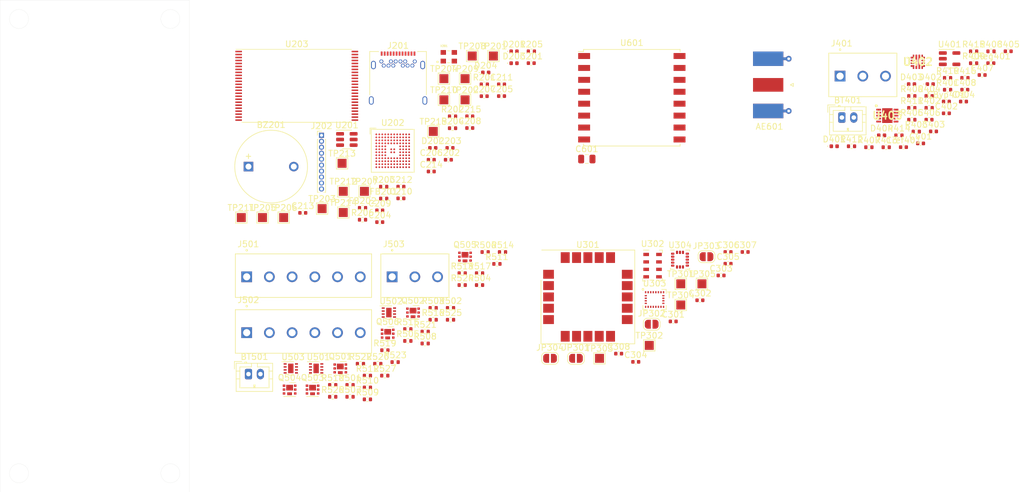
<source format=kicad_pcb>
(kicad_pcb (version 20211014) (generator pcbnew)
  (layers (0 "F.Cu" signal) (1 "In1.Cu" signal) (2 "In2.Cu" signal) (31 "B.Cu" signal) (34 "B.Paste" user) (35 "F.Paste" user) (36 "B.SilkS" user "B.Silkscreen") (37 "F.SilkS" user "F.Silkscreen") (38 "B.Mask" user) (39 "F.Mask" user) (44 "Edge.Cuts" user))
  (net 0 "")
  (net 1 "Net-(AE601-Pad1)")
  (net 2 "/POWER/Bat_Flight_SWT_P")
  (net 3 "GND")
  (net 4 "/EJECTION/Bat_Pyro_SWT_P")
  (net 5 "GND2")
  (net 6 "/MCU/BUZZER_PWM")
  (net 7 "3V3")
  (net 8 "Net-(C203-Pad2)")
  (net 9 "/MCU/AVDD")
  (net 10 "GNDA")
  (net 11 "Net-(C301-Pad1)")
  (net 12 "Net-(C302-Pad1)")
  (net 13 "Net-(C303-Pad1)")
  (net 14 "Net-(C304-Pad1)")
  (net 15 "Net-(C307-Pad1)")
  (net 16 "VBUS")
  (net 17 "/POWER/EFUSE_OUT_REG_IN")
  (net 18 "Net-(C405-Pad1)")
  (net 19 "Net-(C406-Pad1)")
  (net 20 "Net-(CByp401-Pad1)")
  (net 21 "Net-(Cref401-Pad1)")
  (net 22 "Net-(CReg401-Pad1)")
  (net 23 "Net-(D201-Pad2)")
  (net 24 "Net-(D202-Pad2)")
  (net 25 "Net-(D203-Pad2)")
  (net 26 "Net-(D204-Pad2)")
  (net 27 "Net-(D401-Pad1)")
  (net 28 "Net-(D401-Pad2)")
  (net 29 "Net-(D402-Pad1)")
  (net 30 "/POWER/Bat_Flight_SWT_N")
  (net 31 "Net-(D404-Pad2)")
  (net 32 "Net-(J201-PadA5)")
  (net 33 "/MCU/USB_DP")
  (net 34 "/MCU/USB_DM")
  (net 36 "Net-(J201-PadB5)")
  (net 38 "/MCU/SWDIO")
  (net 39 "/MCU/SWDCLK")
  (net 40 "/MCU/SWO")
  (net 43 "/MCU/NRST")
  (net 44 "/EJECTION/fet_a")
  (net 45 "VPYRO")
  (net 46 "/EJECTION/fet_b")
  (net 47 "/EJECTION/fet_c")
  (net 48 "/EJECTION/fet_d")
  (net 49 "/EJECTION/fet_e")
  (net 50 "/EJECTION/fet_f")
  (net 51 "Net-(JP302-Pad1)")
  (net 52 "/EJECTION/cmp_out_a")
  (net 53 "/EJECTION/cmp_out_b")
  (net 54 "/EJECTION/cmp_out_c")
  (net 55 "/EJECTION/cmp_out_d")
  (net 56 "/EJECTION/cmp_out_e")
  (net 57 "/EJECTION/cmp_out_f")
  (net 58 "/MCU/LED_RED")
  (net 59 "/MCU/LED_ORANGE")
  (net 60 "/MCU/LED_GREEN")
  (net 61 "/MCU/LED_BLUE")
  (net 62 "Net-(R402-Pad1)")
  (net 63 "/MCU/sense_vFlight")
  (net 64 "/EJECTION/VRAW_CMP")
  (net 65 "Net-(R408-Pad1)")
  (net 66 "Net-(R410-Pad1)")
  (net 67 "Net-(R411-Pad2)")
  (net 68 "/MCU/MCU_TPS2594_GP")
  (net 69 "/EJECTION/3V3_CMP")
  (net 70 "/EJECTION/fire_a")
  (net 71 "/EJECTION/fire_b")
  (net 72 "/EJECTION/fire_c")
  (net 73 "/EJECTION/sense_a")
  (net 74 "/EJECTION/sense_b")
  (net 75 "/EJECTION/sense_c")
  (net 76 "/EJECTION/fire_d")
  (net 77 "/EJECTION/fire_e")
  (net 78 "/EJECTION/fire_f")
  (net 79 "/EJECTION/sense_d")
  (net 80 "/EJECTION/sense_e")
  (net 81 "/EJECTION/sense_f")
  (net 82 "/EJECTION/sense_vPyro")
  (net 83 "V_PYRO")
  (net 84 "/MCU/SNS_SCK")
  (net 85 "/MCU/LSM9DS1_CS_M")
  (net 86 "/MCU/MS5611_CS")
  (net 87 "/MCU/H3LIS331DL_CS")
  (net 88 "/MCU/LSM9DS1_CS_A{slash}G")
  (net 89 "/MCU/LSM9DS1_INT1_A{slash}G")
  (net 90 "/MCU/LSM9DS1_INT2_A{slash}G")
  (net 91 "/MCU/LSM9DS1_INT1_M")
  (net 92 "/MCU/H3LIS331DL_INT1")
  (net 93 "/MCU/H3LIS331DL_INT2")
  (net 94 "/MCU/SNS_MISO")
  (net 95 "Net-(TP215-Pad1)")
  (net 96 "Net-(TP301-Pad1)")
  (net 97 "Net-(TP302-Pad1)")
  (net 98 "Net-(TP303-Pad1)")
  (net 99 "Net-(TP304-Pad1)")
  (net 100 "Net-(TP305-Pad1)")
  (net 106 "/MCU/HSE_CLK")
  (net 110 "/MCU/RESERVED_TIM5_CH1_PWM")
  (net 118 "/MCU/LSM9DS1_DRDY_M")
  (net 120 "/MCU/SAM-M8Q_SDA")
  (net 125 "/MCU/SAM-M8Q_SCL")
  (net 129 "/MCU/RESERVED_JTRST")
  (net 130 "/MCU/SNS_MOSI")
  (net 131 "/MCU/FMC_D5")
  (net 132 "/MCU/FMC_NWAIT")
  (net 133 "/MCU/TELEM_SCK")
  (net 134 "/MCU/FMC_CE")
  (net 135 "/MCU/FMC_D7")
  (net 136 "/MCU/FMC_D4")
  (net 137 "/MCU/TELEM_GPIO_5")
  (net 138 "/MCU/FMC_D6")
  (net 139 "/MCU/FMC_WE")
  (net 140 "/MCU/FMC_RE")
  (net 142 "/MCU/TELEM_GPIO_4")
  (net 143 "/MCU/TELEM_GPIO_2")
  (net 144 "/MCU/TELEM_GPIO_1")
  (net 145 "/MCU/TELEM_GPIO_3")
  (net 147 "/MCU/FMC_D3")
  (net 148 "/MCU/FMC_D2")
  (net 149 "/MCU/TELEM_INT")
  (net 152 "/MCU/TELEM_MISO")
  (net 153 "/MCU/TELEM_MOSI")
  (net 156 "/MCU/TELEM_CS")
  (net 158 "/MCU/FMC_D0")
  (net 161 "/MCU/RESERVED_CC1{slash}JTDI")
  (net 163 "/MCU/SWCLK")
  (net 166 "/MCU/RESERVED_TIM8_CH1_PWM")
  (net 168 "/MCU/FMC_CLE")
  (net 171 "/MCU/LSM9DS1_DEN_A{slash}G")
  (net 173 "/MCU/TELEM_RST")
  (net 175 "/MCU/FMC_D1")
  (net 176 "/MCU/FMC_ALE")
  (net 177 "/MCU/RESERVED_CC2")
  (net 180 "/MCU/FLASH_WE")
  (net 183 "/MCU/SAM-M8Q_EXTINT")
  (footprint "Connector_JST:JST_PH_B2B-PH-K_1x02_P2.00mm_Vertical" (layer "F.Cu") (at 236.446 83.204)
    (fp_text reference "BT401")
    (fp_text value "Flight Computer Battery")
  )
  (footprint "TestPoint:TestPoint_Pad_1.5x1.5mm" (layer "F.Cu") (at 169.696 80.234)
    (fp_text reference "TP210")
    (fp_text value "~")
  )
  (footprint "Package_SO:TSOP-I-48_18.4x12mm_P0.5mm" (layer "F.Cu") (at 145.016 77.884)
    (fp_text reference "U203")
    (fp_text value "S34ML08G3")
  )
  (footprint "Capacitor_SMD:C_0402_1005Metric" (layer "F.Cu") (at 167.576 90.284)
    (fp_text reference "C206")
    (fp_text value "100nF")
  )
  (footprint "TerminalBlock_TE:TE_1776113-6" (layer "F.Cu") (at 146.141 109.919)
    (fp_text reference "J501")
    (fp_text value "Screw_Terminal_01x06")
  )
  (footprint "Capacitor_SMD:C_0402_1005Metric" (layer "F.Cu") (at 246.776 88.174)
    (fp_text reference "Cref401")
    (fp_text value "1uF")
  )
  (footprint "Capacitor_SMD:C_0402_1005Metric" (layer "F.Cu") (at 256.846 80.524)
    (fp_text reference "C404")
    (fp_text value "~")
  )
  (footprint "Capacitor_SMD:C_0805_2012Metric" (layer "F.Cu") (at 193.666 90.164)
    (fp_text reference "C601")
    (fp_text value "10uF")
  )
  (footprint "Package_LGA:LGA-24L_3x3.5mm_P0.43mm" (layer "F.Cu") (at 205.031 113.729)
    (fp_text reference "U303")
    (fp_text value "LSM9DS1")
  )
  (footprint "Resistor_SMD:R_0402_1005Metric" (layer "F.Cu") (at 156.046 100.344)
    (fp_text reference "R206")
    (fp_text value "1k")
  )
  (footprint "Package_DFN_QFN:Diodes_UDFN2020-6_Type-F" (layer "F.Cu") (at 173.236 106.544)
    (fp_text reference "Q505")
    (fp_text value "DMTH6016LFDFWQ")
  )
  (footprint "Package_DFN_QFN:Diodes_UDFN2020-6_Type-F" (layer "F.Cu") (at 160.266 119.464)
    (fp_text reference "Q506")
    (fp_text value "DMTH6016LFDFWQ")
  )
  (footprint "Resistor_SMD:R_0402_1005Metric" (layer "F.Cu") (at 248.176 79.594)
    (fp_text reference "R406")
    (fp_text value "10k")
  )
  (footprint "Resistor_SMD:R_0402_1005Metric" (layer "F.Cu") (at 151.046 130.044)
    (fp_text reference "R526")
    (fp_text value "100k")
  )
  (footprint "Resistor_SMD:R_0402_1005Metric" (layer "F.Cu") (at 248.176 83.574)
    (fp_text reference "R405")
    (fp_text value "10k")
  )
  (footprint "Capacitor_SMD:C_0402_1005Metric" (layer "F.Cu") (at 167.576 92.254)
    (fp_text reference "C214")
    (fp_text value "100 nF")
  )
  (footprint "Jumper:SolderJumper-2_P1.3mm_Open_RoundedPad1.0x1.5mm" (layer "F.Cu") (at 191.846 123.594)
    (fp_text reference "JP301")
    (fp_text value "SolderJumper_2_Open")
  )
  (footprint "Capacitor_SMD:C_0402_1005Metric" (layer "F.Cu") (at 170.716 88.294)
    (fp_text reference "C203")
    (fp_text value "~")
  )
  (footprint "Resistor_SMD:R_0402_1005Metric" (layer "F.Cu") (at 172.766 109.314)
    (fp_text reference "R513")
    (fp_text value "3k3")
  )
  (footprint "LED_SMD:LED_0402_1005Metric" (layer "F.Cu") (at 235.161 88.024)
    (fp_text reference "D401")
    (fp_text value "LED")
  )
  (footprint "Resistor_SMD:R_0402_1005Metric" (layer "F.Cu") (at 184.366 72.104)
    (fp_text reference "R205")
    (fp_text value "1k")
  )
  (footprint "Capacitor_SMD:C_0402_1005Metric" (layer "F.Cu") (at 179.366 77.634)
    (fp_text reference "C211")
    (fp_text value "100 nF")
  )
  (footprint "Resistor_SMD:R_0402_1005Metric" (layer "F.Cu") (at 151.046 128.054)
    (fp_text reference "R518")
    (fp_text value "1k")
  )
  (footprint "TestPoint:TestPoint_Pad_1.5x1.5mm" (layer "F.Cu") (at 156.366 95.584)
    (fp_text reference "TP207")
    (fp_text value "~")
  )
  (footprint "Capacitor_SMD:C_0402_1005Metric" (layer "F.Cu") (at 158.936 100.744)
    (fp_text reference "C204")
    (fp_text value "100nF")
  )
  (footprint "TestPoint:TestPoint_Pad_1.5x1.5mm" (layer "F.Cu") (at 167.916 85.534)
    (fp_text reference "TP215")
    (fp_text value "~")
  )
  (footprint "TerminalBlock_TE:TE_1776113-3" (layer "F.Cu") (at 164.826 109.919)
    (fp_text reference "J503")
    (fp_text value "TE_1776113-3")
  )
  (footprint "Package_DFN_QFN:Diodes_UDFN2020-6_Type-F" (layer "F.Cu") (at 147.666 128.834)
    (fp_text reference "Q503")
    (fp_text value "DMTH6016LFDFWQ")
  )
  (footprint "Resistor_SMD:R_0402_1005Metric" (layer "F.Cu") (at 155.696 124.504)
    (fp_text reference "R522")
    (fp_text value "27k")
  )
  (footprint "LED_SMD:LED_0402_1005Metric" (layer "F.Cu") (at 251.271 77.604)
    (fp_text reference "D402")
    (fp_text value "GREEN")
  )
  (footprint "TestPoint:TestPoint_Pad_1.5x1.5mm" (layer "F.Cu") (at 173.246 80.234)
    (fp_text reference "TP202")
    (fp_text value "~")
  )
  (footprint "LED_SMD:LED_0402_1005Metric" (layer "F.Cu") (at 181.461 74.094)
    (fp_text reference "D203")
    (fp_text value "~")
  )
  (footprint "Package_LGA:LGA-16_3x3mm_P0.5mm_LayoutBorder3x5y" (layer "F.Cu") (at 209.296 107.044)
    (fp_text reference "U304")
    (fp_text value "H3LIS331DL")
  )
  (footprint "Resistor_SMD:R_0402_1005Metric" (layer "F.Cu") (at 243.886 88.184)
    (fp_text reference "R413")
    (fp_text value "1k")
  )
  (footprint "Resistor_SMD:R_0402_1005Metric" (layer "F.Cu") (at 163.646 118.684)
    (fp_text reference "R515")
    (fp_text value "3k3")
  )
  (footprint "Capacitor_SMD:C_0402_1005Metric" (layer "F.Cu") (at 217.356 107.724)
    (fp_text reference "C305")
    (fp_text value "100 nF")
  )
  (footprint "TestPoint:TestPoint_Pad_1.5x1.5mm" (layer "F.Cu") (at 212.976 111.094)
    (fp_text reference "TP305")
    (fp_text value "TestPoint")
  )
  (footprint "TestPoint:TestPoint_Pad_1.5x1.5mm" (layer "F.Cu") (at 135.716 99.984)
    (fp_text reference "TP211")
    (fp_text value "~")
  )
  (footprint "Capacitor_SMD:C_0402_1005Metric" (layer "F.Cu") (at 217.356 105.754)
    (fp_text reference "C306")
    (fp_text value "10 uF")
  )
  (footprint "Jumper:SolderJumper-2_P1.3mm_Open_RoundedPad1.0x1.5mm" (layer "F.Cu") (at 213.746 106.544)
    (fp_text reference "JP303")
    (fp_text value "SolderJumper_2_Open")
  )
  (footprint "TestPoint:TestPoint_Pad_1.5x1.5mm" (layer "F.Cu") (at 169.696 76.684)
    (fp_text reference "TP204")
    (fp_text value "~")
  )
  (footprint "Resistor_SMD:R_0402_1005Metric" (layer "F.Cu") (at 251.086 79.594)
    (fp_text reference "R404")
    (fp_text value "5k6")
  )
  (footprint "TestPoint:TestPoint_Pad_1.5x1.5mm" (layer "F.Cu") (at 173.246 76.684)
    (fp_text reference "TP209")
    (fp_text value "~")
  )
  (footprint "Buzzer_Beeper:MagneticBuzzer_ProSignal_ABI-010-RC" (layer "F.Cu") (at 136.916 91.434)
    (fp_text reference "BZ201")
    (fp_text value "CMI-1210-5-95T")
  )
  (footprint "RF_Module:HOPERF_RFM9XW_SMD" (layer "F.Cu") (at 201.216 79.884)
    (fp_text reference "U601")
    (fp_text value "RFM96W-433S2")
  )
  (footprint "Capacitor_SMD:C_0402_1005Metric" (layer "F.Cu") (at 257.066 78.534)
    (fp_text reference "C408")
    (fp_text value "10uF")
  )
  (footprint "Resistor_SMD:R_0402_1005Metric" (layer "F.Cu") (at 159.796 122.234)
    (fp_text reference "R519")
    (fp_text value "100k")
  )
  (footprint "TestPoint:TestPoint_Pad_1.5x1.5mm" (layer "F.Cu") (at 152.616 90.884)
    (fp_text reference "TP213")
    (fp_text value "~")
  )
  (footprint "Capacitor_SMD:C_0402_1005Metric" (layer "F.Cu") (at 253.976 82.494)
    (fp_text reference "C402")
    (fp_text value "4.7u")
  )
  (footprint "Resistor_SMD:R_0402_1005Metric" (layer "F.Cu") (at 248.926 85.564)
    (fp_text reference "R403")
    (fp_text value "1k")
  )
  (footprint "Resistor_SMD:R_0402_1005Metric" (layer "F.Cu") (at 158.606 124.504)
    (fp_text reference "R520")
    (fp_text value "100k")
  )
  (footprint "LED_SMD:LED_0402_1005Metric" (layer "F.Cu") (at 243.111 86.194)
    (fp_text reference "D404")
    (fp_text value "LED")
  )
  (footprint "Package_SON:WSON-8-1EP_2x2mm_P0.5mm_EP0.9x1.6mm" (layer "F.Cu") (at 144.016 125.284)
    (fp_text reference "U503")
    (fp_text value "LM2903BIDSGR")
  )
  (footprint "Package_DFN_QFN:Diodes_UDFN2020-6_Type-F" (layer "F.Cu") (at 164.516 115.914)
    (fp_text reference "Q502")
    (fp_text value "DMTH6016LFDFWQ")
  )
  (footprint "Capacitor_SMD:C_0402_1005Metric" (layer "F.Cu") (at 158.936 98.774)
    (fp_text reference "C209")
    (fp_text value "100 nF")
  )
  (footprint "Capacitor_SMD:C_0402_1005Metric" (layer "F.Cu") (at 176.456 79.624)
    (fp_text reference "C207")
    (fp_text value "1uF")
  )
  (footprint "Capacitor_SMD:C_0402_1005Metric" (layer "F.Cu") (at 162.486 96.764)
    (fp_text reference "C210")
    (fp_text value "100 nF")
  )
  (footprint "TestPoint:TestPoint_Pad_1.5x1.5mm" (layer "F.Cu") (at 152.816 95.584)
    (fp_text reference "TP212")
    (fp_text value "~")
  )
  (footprint "Capacitor_SMD:C_0402_1005Metric" (layer "F.Cu") (at 264.346 72.094)
    (fp_text reference "C405")
    (fp_text value "2.27nF")
  )
  (footprint "Capacitor_SMD:C_0402_1005Metric" (layer "F.Cu") (at 208.156 117.404)
    (fp_text reference "C301")
    (fp_text value "100 nF")
  )
  (footprint "Package_SON:WSON-8-1EP_2x2mm_P0.5mm_EP0.9x1.6mm" (layer "F.Cu") (at 148.266 125.284)
    (fp_text reference "U501")
    (fp_text value "LM2903BIDSGR")
  )
  (footprint "Capacitor_SMD:C_0402_1005Metric" (layer "F.Cu") (at 253.976 80.524)
    (fp_text reference "CByp401")
    (fp_text value "1uF")
  )
  (footprint "TerminalBlock_TE:TE_1776113-3" (layer "F.Cu") (at 239.956 76.259)
    (fp_text reference "J401")
    (fp_text value "TE_1776113-3")
  )
  (footprint "Resistor_SMD:R_0402_1005Metric" (layer "F.Cu") (at 166.556 121.104)
    (fp_text reference "R508")
    (fp_text value "100k")
  )
  (footprint "Package_TO_SOT_SMD:SOT-23-5" (layer "F.Cu") (at 254.516 73.334)
    (fp_text reference "U401")
    (fp_text value "MCP73831-2-OT")
  )
  (footprint "Connector_PinHeader_1.00mm:PinHeader_1x10_P1.00mm_Vertical" (layer "F.Cu") (at 149.166 86.184)
    (fp_text reference "J202")
    (fp_text value "~")
  )
  (footprint "Capacitor_SMD:C_0402_1005Metric" (layer "F.Cu") (at 170.446 90.284)
    (fp_text reference "C202")
    (fp_text value "100 nF")
  )
  (footprint "Resistor_SMD:R_0402_1005Metric" (layer "F.Cu") (at 156.046 98.354)
    (fp_text reference "FB202")
    (fp_text value "FerriteBead")
  )
  (footprint "Resistor_SMD:R_0402_1005Metric" (layer "F.Cu") (at 171.146 83.004)
    (fp_text reference "R202")
    (fp_text value "5k1")
  )
  (footprint "Package_LGA:LGA-8_3x5mm_P1.25mm" (layer "F.Cu") (at 204.696 108.044)
    (fp_text reference "U302")
    (fp_text value "MS5611-01BA")
  )
  (footprint "Capacitor_SMD:C_0402_1005Metric" (layer "F.Cu") (at 261.436 74.084)
    (fp_text reference "CReg401")
    (fp_text value "1uF")
  )
  (footprint "Resistor_SMD:R_0402_1005Metric" (layer "F.Cu") (at 175.676 111.304)
    (fp_text reference "R504")
    (fp_text value "R_US")
  )
  (footprint "Capacitor_SMD:C_0402_1005Metric" (layer "F.Cu") (at 251.816 85.534)
    (fp_text reference "C403")
    (fp_text value "47uF")
  )
  (footprint "Package_DFN_QFN:Diodes_UDFN2020-6_Type-F" (layer "F.Cu") (at 143.816 128.834)
    (fp_text reference "Q504")
    (fp_text value "DMTH6016LFDFWQ")
  )
  (footprint "Resistor_SMD:R_0402_1005Metric" (layer "F.Cu") (at 261.456 72.104)
    (fp_text reference "R408")
    (fp_text value "470k")
  )
  (footprint "Resistor_SMD:R_0402_1005Metric" (layer "F.Cu") (at 153.956 130.044)
    (fp_text reference "R507")
    (fp_text value "R_US")
  )
  (footprint "Package_BGA:UFBGA-132_7x7mm_P0.5mm" (layer "F.Cu") (at 161.116 88.784)
    (fp_text reference "U202")
    (fp_text value "STM32U585QII3")
  )
  (footprint "Connector_Coaxial:SMA_Molex_73251-1153_EdgeMount_Horizontal" (layer "F.Cu") (at 225.806 77.724)
    (fp_text reference "AE601")
    (fp_text value "u.FL/SMA")
  )
  (footprint "Resistor_SMD:R_0402_1005Metric" (layer "F.Cu") (at 176.476 77.644)
    (fp_text reference "R201")
    (fp_text value "5k1")
  )
  (footprint "Capacitor_SMD:C_0402_1005Metric" (layer "F.Cu") (at 220.226 105.754)
    (fp_text reference "C307")
    (fp_text value "10 uF")
  )
  (footprint "Capacitor_SMD:C_0402_1005Metric" (layer "F.Cu") (at 199.006 122.804)
    (fp_text reference "C308")
    (fp_text value "100 nF")
  )
  (footprint "Connector_USB:USB_C_Receptacle_Amphenol_12401548E4-2A" (layer "F.Cu") (at 162.006 77.504)
    (fp_text reference "J201")
    (fp_text value "12401598E4#2A")
  )
  (footprint "Resistor_SMD:R_0402_1005Metric" (layer "F.Cu") (at 170.806 115.134)
    (fp_text reference "R502")
    (fp_text value "3k3")
  )
  (footprint "TestPoint:TestPoint_Pad_1.5x1.5mm" (layer "F.Cu") (at 209.426 111.094)
    (fp_text reference "TP301")
    (fp_text value "TestPoint")
  )
  (footprint "Resistor_SMD:R_0402_1005Metric" (layer "F.Cu") (at 171.146 84.994)
    (fp_text reference "R204")
    (fp_text value "1k")
  )
  (footprint "Package_TO_SOT_SMD:SOT-23-6" (layer "F.Cu") (at 153.416 86.884)
    (fp_text reference "U201")
    (fp_text value "USBLC6-4")
  )
  (footprint "Resistor_SMD:R_0402_1005Metric" (layer "F.Cu") (at 257.086 76.554)
    (fp_text reference "R416")
    (fp_text value "9.09k")
  )
  (footprint "Resistor_SMD:R_0402_1005Metric" (layer "F.Cu") (at 156.866 128.484)
    (fp_text reference "R510")
    (fp_text value "R_US")
  )
  (footprint "EFuse_Texas:TPS25210LRPWR" (layer "F.Cu") (at 249.191 73.859)
    (fp_text reference "U402")
    (fp_text value "TPS2521" hide)
  )
  (footprint "Package_SON:WSON-8-1EP_2x2mm_P0.5mm_EP0.9x1.6mm" (layer "F.Cu") (at 160.466 115.914)
    (fp_text reference "U502")
    (fp_text value "LM2903BIDSGR")
  )
  (footprint "TestPoint:TestPoint_Pad_1.5x1.5mm" (layer "F.Cu") (at 177.996 72.884)
    (fp_text reference "TP201")
    (fp_text value "~")
  )
  (footprint "Resistor_SMD:R_0402_1005Metric" (layer "F.Cu") (at 258.546 72.104)
    (fp_text reference "R415")
    (fp_text value "10k")
  )
  (footprint "TestPoint:TestPoint_Pad_1.5x1.5mm" (layer "F.Cu") (at 142.816 99.984)
    (fp_text reference "TP206")
    (fp_text value "~")
  )
  (footprint "Capacitor_SMD:C_0402_1005Metric" (layer "F.Cu") (at 174.036 84.964)
    (fp_text reference "C208")
    (fp_text value "~")
  )
  (footprint "Resistor_SMD:R_0402_1005Metric" (layer "F.Cu") (at 159.596 96.794)
    (fp_text reference "FB201")
    (fp_text value "FerriteBead")
  )
  (footprint "RF_GPS:ublox_SAM-M8Q" (layer "F.Cu") (at 193.846 113.294)
    (fp_text reference "U301")
    (fp_text value "SAM-M8Q-0-10")
  )
  (footprint "Capacitor_SMD:C_0402_1005Metric" (layer "F.Cu") (at 216.186 109.694)
    (fp_text reference "C303")
    (fp_text value "100 nF")
  )
  (footprint "Jumper:SolderJumper-2_P1.3mm_Open_RoundedPad1.0x1.5mm" (layer "F.Cu") (at 187.496 123.594)
    (fp_text reference "JP304")
    (fp_text value "SolderJumper_2_Open")
  )
  (footprint "Connector_JST:JST_PH_B2B-PH-K_1x02_P2.00mm_Vertical" (layer "F.Cu") (at 136.916 126.234)
    (fp_text reference "BT501")
    (fp_text value "PYRO_BATTERY")
  )
  (footprint "Resistor_SMD:R_0402_1005Metric" (layer "F.Cu") (at 254.176 78.544)
    (fp_text reference "R401")
    (fp_text value "1k")
  )
  (footprint "Resistor_SMD:R_0402_1005Metric" (layer "F.Cu") (at 179.526 105.764)
    (fp_text reference "R514")
    (fp_text value "3k3")
  )
  (footprint "Resistor_SMD:R_0402_1005Metric" (layer "F.Cu") (at 240.976 88.184)
    (fp_text reference "R407")
    (fp_text value "8.06k")
  )
  (footprint "Resistor_SMD:R_0402_1005Metric" (layer "F.Cu") (at 167.896 117.124)
    (fp_text reference "R516")
    (fp_text value "1k")
  )
  (footprint "Resistor_SMD:R_0402_1005Metric" (layer "F.Cu") (at 246.016 86.194)
    (fp_text reference "R414")
    (fp_text value "47k")
  )
  (footprint "Capacitor_SMD:C_0402_1005Metric" (layer "F.Cu") (at 251.066 83.564)
    (fp_text reference "C406")
    (fp_text value "2.2nF")
  )
  (footprint "TestPoint:TestPoint_Pad_1.5x1.5mm" (layer "F.Cu") (at 149.266 98.484)
    (fp_text reference "TP203")
    (fp_text value "~")
  )
  (footprint "Capacitor_SMD:C_0402_1005Metric" (layer "F.Cu") (at 184.346 74.084)
    (fp_text reference "C201")
    (fp_text value "4.7 uF")
  )
  (footprint "LED_SMD:LED_0402_1005Metric" (layer "F.Cu") (at 181.461 72.104)
    (fp_text reference "D201")
    (fp_text value "~")
  )
  (footprint "Resistor_SMD:R_0402_1005Metric" (layer "F.Cu") (at 251.086 81.584)
    (fp_text reference "R402")
    (fp_text value "10k")
  )
  (footprint "TestPoint:TestPoint_Pad_1.5x1.5mm" (layer "F.Cu") (at 174.446 72.884)
    (fp_text reference "TP208")
    (fp_text value "~")
  )
  (footprint "Resistor_SMD:R_0402_1005Metric" (layer "F.Cu") (at 156.866 126.494)
    (fp_text reference "R512")
    (fp_text value "27k")
  )
  (footprint "Capacitor_SMD:C_0402_1005Metric" (layer "F.Cu") (at 162.486 94.794)
    (fp_text reference "C212")
    (fp_text value "100 nF")
  )
  (footprint "Crystal_TXCO:ECS-TXO-2520-33-400-AN-TR" (layer "F.Cu") (at 170.521 73.009)
    (fp_text reference "X201")
    (fp_text value "ECS-TXO-2520-33-400-AN-TR")
  )
  (footprint "Capacitor_SMD:C_0402_1005Metric" (layer "F.Cu") (at 174.036 82.994)
    (fp_text reference "C215")
    (fp_text value "10 uF")
  )
  (footprint "Resistor_SMD:R_0402_1005Metric" (layer "F.Cu") (at 258.546 74.094)
    (fp_text reference "R409")
    (fp_text value "432k")
  )
  (footprint "TestPoint:TestPoint_Pad_1.5x1.5mm" (layer "F.Cu") (at 195.796 123.594)
    (fp_text reference "TP303")
    (fp_text value "TestPoint")
  )
  (footprint "Resistor_SMD:R_0402_1005Metric" (layer "F.Cu") (at 178.586 107.754)
    (fp_text reference "R511")
    (fp_text value "27k")
  )
  (footprint "Capacitor_SMD:C_0402_1005Metric" (layer "F.Cu") (at 212.636 113.854)
    (fp_text reference "C302")
    (fp_text value "10 nF")
  )
  (footprint "Resistor_SMD:R_0402_1005Metric" (layer "F.Cu") (at 248.176 81.584)
    (fp_text reference "R411")
    (fp_text value "100k")
  )
  (footprint "TerminalBlock_TE:TE_1776113-6" (layer "F.Cu") (at 146.141 119.289)
    (fp_text reference "J502")
    (fp_text value "Screw_Terminal_01x06")
  )
  (footprint "Capacitor_SMD:C_0402_1005Metric" (layer "F.Cu") (at 249.646 87.544)
    (fp_text reference "C401")
    (fp_text value "4.7u")
  )
  (footprint "Resistor_SMD:R_0402_1005Metric" (layer "F.Cu") (at 238.066 88.024)
    (fp_text reference "R412")
    (fp_text value "80k6")
  )
  (footprint "TestPoint:TestPoint_Pad_1.5x1.5mm" (layer "F.Cu") (at 209.426 114.644)
    (fp_text reference "TP304")
    (fp_text value "TestPoint")
  )
  (footprint "Capacitor_SMD:C_0402_1005Metric" (layer "F.Cu") (at 201.876 124.184)
    (fp_text reference "C304")
    (fp_text value "100 nF")
  )
  (footprint "Resistor_SMD:R_0402_1005Metric" (layer "F.Cu") (at 254.176 76.554)
    (fp_text reference "R410")
    (fp_text value "1k33")
  )
  (footprint "Diode_SMD:D_0402_1005Metric" (layer "F.Cu") (at 248.131 77.604)
    (fp_text reference "D403")
    (fp_text value "D")
  )
  (footprint "Jumper:SolderJumper-2_P1.3mm_Open_RoundedPad1.0x1.5mm" (layer "F.Cu") (at 204.546 117.874)
    (fp_text reference "JP302")
    (fp_text value "SolderJumper_2_Open")
  )
  (footprint "Resistor_SMD:R_0402_1005Metric" (layer "F.Cu") (at 176.616 105.764)
    (fp_text reference "R506")
    (fp_text value "1k")
  )
  (footprint "TestPoint:TestPoint_Pad_1.5x1.5mm" (layer "F.Cu") (at 204.146 121.424)
    (fp_text reference "TP302")
    (fp_text value "TestPoint")
  )
  (footprint "LED_SMD:LED_0402_1005Metric" (layer "F.Cu") (at 167.831 88.304)
    (fp_text reference "D202")
    (fp_text value "~")
  )
  (footprint "Resistor_SMD:R_0402_1005Metric" (layer "F.Cu") (at 172.766 111.304)
    (fp_text reference "R524")
    (fp_text value "27k")
  )
  (footprint "Resistor_SMD:R_0402_1005Metric" (layer "F.Cu") (at 166.556 119.114)
    (fp_text reference "R521")
    (fp_text value "100k")
  )
  (footprint "TestPoint:TestPoint_Pad_1.5x1.5mm" (layer "F.Cu") (at 152.816 99.134)
    (fp_text reference "TP214")
    (fp_text value "~")
  )
  (footprint "TestPoint:TestPoint_Pad_1.5x1.5mm" (layer "F.Cu") (at 139.266 99.984)
    (fp_text reference "TP205")
    (fp_text value "~")
  )
  (footprint "Resistor_SMD:R_0402_1005Metric" (layer "F.Cu") (at 161.516 124.224)
    (fp_text reference "R523")
    (fp_text value "27k")
  )
  (footprint "Package_DFN_QFN:Diodes_UDFN2020-6_Type-F" (layer "F.Cu") (at 152.316 125.284)
    (fp_text reference "Q501")
    (fp_text value "DMTH6016LFDFWQ")
  )
  (footprint "LED_SMD:LED_0402_1005Metric" (layer "F.Cu") (at 176.711 75.654)
    (fp_text reference "D204")
    (fp_text value "~")
  )
  (footprint "Resistor_SMD:R_0402_1005Metric" (layer "F.Cu") (at 167.896 115.134)
    (fp_text reference "R503")
    (fp_text value "3k3")
  )
  (footprint "Resistor_SMD:R_0402_1005Metric" (layer "F.Cu") (at 156.866 130.474)
    (fp_text reference "R509")
    (fp_text value "100k")
  )
  (footprint "Capacitor_SMD:C_0402_1005Metric" (layer "F.Cu") (at 179.366 79.604)
    (fp_text reference "C205")
    (fp_text value "1uF")
  )
  (footprint "Capacitor_SMD:C_0402_1005Metric" (layer "F.Cu") (at 146.026 99.194)
    (fp_text reference "C213")
    (fp_text value "100 nF")
  )
  (footprint "Resistor_SMD:R_0402_1005Metric" (layer "F.Cu") (at 163.646 120.674)
    (fp_text reference "R505")
    (fp_text value "1k")
  )
  (footprint "Resistor_SMD:R_0402_1005Metric" (layer "F.Cu") (at 175.676 109.314)
    (fp_text reference "R517")
    (fp_text value "1k")
  )
  (footprint "Resistor_SMD:R_0402_1005Metric" (layer "F.Cu") (at 159.776 126.494)
    (fp_text reference "R527")
    (fp_text value "27k")
  )
  (footprint "Resistor_SMD:R_0402_1005Metric" (layer "F.Cu") (at 153.956 128.054)
    (fp_text reference "R501")
    (fp_text value "R_US")
  )
  (footprint "Regulator_Linear:ADP7158ACPZ-3.3-R7" (layer "F.Cu") (at 244.071 82.879)
    (fp_text reference "U403")
    (fp_text value "ADP7158ACPZ-3.3-R7" hide)
  )
  (footprint "Resistor_SMD:R_0402_1005Metric" (layer "F.Cu") (at 170.806 117.124)
    (fp_text reference "R525")
    (fp_text value "10")
  )
  (footprint "Capacitor_SMD:C_0402_1005Metric" (layer "F.Cu") (at 259.976 76.074)
    (fp_text reference "C407")
    (fp_text value "1uF")
  )
  (footprint "Resistor_SMD:R_0402_1005Metric" (layer "F.Cu") (at 159.596 94.804)
    (fp_text reference "R203")
    (fp_text value "1k")
  )
  (gr_circle (center 123.825 66.675) (end 125.424015 66.675) (layer "Edge.Cuts") (width 0.02) (fill none))
  (gr_circle (center 98.425 66.675) (end 100.025141 66.675) (layer "Edge.Cuts") (width 0.02) (fill none))
  (gr_circle (center 98.425 142.875) (end 100.025016 142.875) (layer "Edge.Cuts") (width 0.02) (fill none))
  (gr_line (start 95.25 63.5) (end 127 63.5) (layer "Edge.Cuts") (width 0.02))
  (gr_circle (center 123.825 142.875) (end 125.423953 142.875) (layer "Edge.Cuts") (width 0.02) (fill none))
  (gr_line (start 127 146.05) (end 95.25 146.05) (layer "Edge.Cuts") (width 0.02))
  (gr_line (start 95.25 146.05) (end 95.25 63.5) (layer "Edge.Cuts") (width 0.02))
  (gr_line (start 127 63.5) (end 127 146.05) (layer "Edge.Cuts") (width 0.02))
)
</source>
